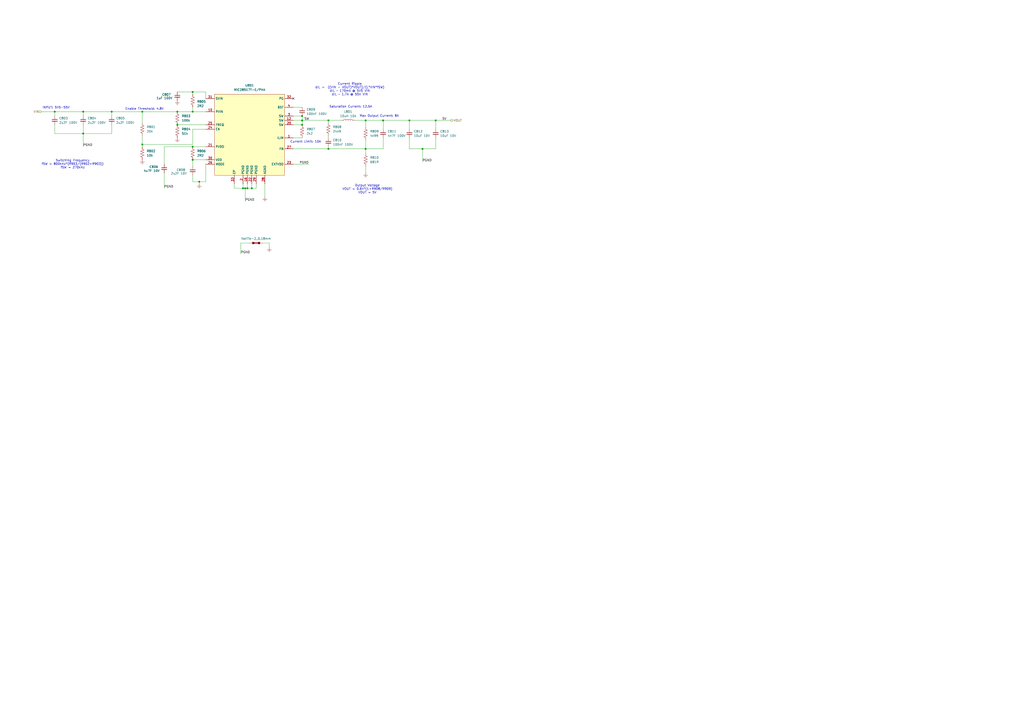
<source format=kicad_sch>
(kicad_sch (version 20250114) (generator "eeschema") (generator_version "9.0")
  (paper "A2")
  (lib_symbols
    (symbol "BR_Capacitors_0402:C_0402_100nF_100V_X5R_20%" (pin_numbers (hide yes)) (pin_names (offset 0.254) (hide yes))
      (property "Reference" "C" (at 1.016 1.778 0))
      (property "Value" "100nF 100V" (at 1.016 -1.778 0))
      (symbol "C_0402_100nF_100V_X5R_20%_0_1"
        (polyline (pts (xy -1.524 0.508) (xy 1.524 0.508)) (stroke (width 0.3048)))
        (polyline (pts (xy -1.524 -0.508) (xy 1.524 -0.508)) (stroke (width 0.3302)))
      )
      (symbol "C_0402_100nF_100V_X5R_20%_1_1"
        (pin passive line (at 0 2.54 270) (length 2.032) (name "~") (number "1"))
        (pin passive line (at 0 -2.54 90) (length 2.032) (name "~") (number "2"))
      )
    )
    (symbol "BR_Capacitors_0402:C_0402_2u2F_10V_X7R_10%" (pin_numbers (hide yes)) (pin_names (offset 0.254) (hide yes))
      (property "Reference" "C" (at 1.016 1.778 0))
      (property "Value" "2u2F 10V" (at 1.016 -1.778 0))
      (symbol "C_0402_2u2F_10V_X7R_10%_0_1"
        (polyline (pts (xy -1.524 0.508) (xy 1.524 0.508)) (stroke (width 0.3048)))
        (polyline (pts (xy -1.524 -0.508) (xy 1.524 -0.508)) (stroke (width 0.3302)))
      )
      (symbol "C_0402_2u2F_10V_X7R_10%_1_1"
        (pin passive line (at 0 2.54 270) (length 2.032) (name "~") (number "1"))
        (pin passive line (at 0 -2.54 90) (length 2.032) (name "~") (number "2"))
      )
    )
    (symbol "BR_Capacitors_0402:C_0402_4n7F_100V_X7R_10%" (pin_numbers (hide yes)) (pin_names (offset 0.254) (hide yes))
      (property "Reference" "C" (at 1.016 1.778 0))
      (property "Value" "4n7F 100V" (at 1.016 -1.778 0))
      (symbol "C_0402_4n7F_100V_X7R_10%_0_1"
        (polyline (pts (xy -1.524 0.508) (xy 1.524 0.508)) (stroke (width 0.3048)))
        (polyline (pts (xy -1.524 -0.508) (xy 1.524 -0.508)) (stroke (width 0.3302)))
      )
      (symbol "C_0402_4n7F_100V_X7R_10%_1_1"
        (pin passive line (at 0 2.54 270) (length 2.032) (name "~") (number "1"))
        (pin passive line (at 0 -2.54 90) (length 2.032) (name "~") (number "2"))
      )
    )
    (symbol "BR_Capacitors_0402:C_0402_4u7F_10V_X7T_20%" (pin_numbers (hide yes)) (pin_names (offset 0.254) (hide yes))
      (property "Reference" "C" (at 1.016 1.778 0))
      (property "Value" "4u7F 10V" (at 1.016 -1.778 0))
      (symbol "C_0402_4u7F_10V_X7T_20%_0_1"
        (polyline (pts (xy -1.524 0.508) (xy 1.524 0.508)) (stroke (width 0.3048)))
        (polyline (pts (xy -1.524 -0.508) (xy 1.524 -0.508)) (stroke (width 0.3302)))
      )
      (symbol "C_0402_4u7F_10V_X7T_20%_1_1"
        (pin passive line (at 0 2.54 270) (length 2.032) (name "~") (number "1"))
        (pin passive line (at 0 -2.54 90) (length 2.032) (name "~") (number "2"))
      )
    )
    (symbol "BR_Capacitors_0603:C_0603_100nF_100V_X7R_AEC-Q200" (pin_numbers (hide yes)) (pin_names (hide yes))
      (property "Reference" "C" (at 1.016 1.778 0))
      (property "Value" "100nF 100V" (at 1.016 -1.778 0))
      (symbol "C_0603_100nF_100V_X7R_AEC-Q200_0_1"
        (polyline (pts (xy -1.524 0.508) (xy 1.524 0.508)) (stroke (width 0.3048)))
        (polyline (pts (xy -1.524 -0.508) (xy 1.524 -0.508)) (stroke (width 0.3048)))
      )
      (symbol "C_0603_100nF_100V_X7R_AEC-Q200_1_1"
        (pin passive line (at 0 2.54 270) (length 2.032) (name "~") (number "1"))
        (pin passive line (at 0 -2.54 90) (length 2.032) (name "~") (number "2"))
      )
    )
    (symbol "BR_Capacitors_0603:C_0603_10uF_10V_X7T_10%" (pin_numbers (hide yes)) (pin_names (offset 0.254) (hide yes))
      (property "Reference" "C" (at 1.016 1.778 0))
      (property "Value" "10uF 10V" (at 1.016 -1.778 0))
      (symbol "C_0603_10uF_10V_X7T_10%_0_1"
        (polyline (pts (xy -1.524 0.508) (xy 1.524 0.508)) (stroke (width 0.3048)))
        (polyline (pts (xy -1.524 -0.508) (xy 1.524 -0.508)) (stroke (width 0.3302)))
      )
      (symbol "C_0603_10uF_10V_X7T_10%_1_1"
        (pin passive line (at 0 2.54 270) (length 2.032) (name "~") (number "1"))
        (pin passive line (at 0 -2.54 90) (length 2.032) (name "~") (number "2"))
      )
    )
    (symbol "BR_Capacitors_0805:C_0805_1uF_100V_X7S_10%" (pin_numbers (hide yes))
      (property "Reference" "C" (at 1.016 1.778 0))
      (property "Value" "1uF 100V" (at 1.016 -1.778 0))
      (symbol "C_0805_1uF_100V_X7S_10%_0_1"
        (polyline (pts (xy -1.524 0.508) (xy 1.524 0.508)) (stroke (width 0.3048)))
        (polyline (pts (xy -1.524 -0.508) (xy 1.524 -0.508)) (stroke (width 0.3302)))
      )
      (symbol "C_0805_1uF_100V_X7S_10%_1_1"
        (pin passive line (at 0 2.54 270) (length 2.032) (name "~") (number "1"))
        (pin passive line (at 0 -2.54 90) (length 2.032) (name "~") (number "2"))
      )
    )
    (symbol "BR_Capacitors_0805:C_0805_2u2F_100V_X7T_10%" (pin_numbers (hide yes))
      (property "Reference" "C" (at 1.016 1.778 0))
      (property "Value" "2u2F 100V" (at 1.016 -1.778 0))
      (symbol "C_0805_2u2F_100V_X7T_10%_0_1"
        (polyline (pts (xy -1.524 0.508) (xy 1.524 0.508)) (stroke (width 0.3048)))
        (polyline (pts (xy -1.524 -0.508) (xy 1.524 -0.508)) (stroke (width 0.3302)))
      )
      (symbol "C_0805_2u2F_100V_X7T_10%_1_1"
        (pin passive line (at 0 2.54 270) (length 2.032) (name "~") (number "1"))
        (pin passive line (at 0 -2.54 90) (length 2.032) (name "~") (number "2"))
      )
    )
    (symbol "BR_IC_Regulators:MIC28517T-E/PHA"
      (property "Reference" "U" (at -2.286 -15.748 0))
      (property "Value" "MIC28517T-E/PHA" (at -8.636 -12.7 0))
      (symbol "MIC28517T-E/PHA_1_0"
        (pin power_in line (at -25.4 10.16 0) (length 5.08) (name "SVIN") (number "31"))
        (pin power_in line (at -25.4 2.54 0) (length 5.08) (name "PVIN") (number "10"))
        (pin input line (at -25.4 2.54 0) (length 5.08) (hide yes) (name "PVIN") (number "11"))
        (pin input line (at -25.4 2.54 0) (length 5.08) (hide yes) (name "PVIN") (number "5"))
        (pin input line (at -25.4 2.54 0) (length 5.08) (hide yes) (name "PVIN") (number "6"))
        (pin input line (at -25.4 2.54 0) (length 5.08) (hide yes) (name "PVIN") (number "7"))
        (pin input line (at -25.4 2.54 0) (length 5.08) (hide yes) (name "PVIN") (number "8"))
        (pin input line (at -25.4 2.54 0) (length 5.08) (hide yes) (name "PVIN") (number "9"))
        (pin input line (at -25.4 -5.08 0) (length 5.08) (name "FREQ") (number "25"))
        (pin input line (at -25.4 -7.62 0) (length 5.08) (name "EN") (number "24"))
        (pin power_in line (at -25.4 -17.78 0) (length 5.08) (name "PVDD") (number "21"))
        (pin power_in line (at -25.4 -25.4 0) (length 5.08) (name "VDD") (number "30"))
        (pin input line (at -25.4 -27.94 0) (length 5.08) (name "MODE") (number "26"))
        (pin power_in line (at -8.89 -39.37 90) (length 5.08) (name "EP") (number "33"))
        (pin power_in line (at -3.81 -39.37 90) (length 5.08) (name "PGND") (number "2"))
        (pin power_in line (at -1.27 -39.37 90) (length 5.08) (name "PGND") (number "16"))
        (pin input line (at -1.27 -39.37 90) (length 5.08) (hide yes) (name "PGND") (number "17"))
        (pin input line (at -1.27 -39.37 90) (length 5.08) (hide yes) (name "PGND") (number "18"))
        (pin input line (at -1.27 -39.37 90) (length 5.08) (hide yes) (name "PGND") (number "19"))
        (pin power_in line (at 1.27 -39.37 90) (length 5.08) (name "PGND") (number "22"))
        (pin power_in line (at 3.81 -39.37 90) (length 5.08) (name "PGND") (number "29"))
        (pin power_in line (at 8.89 -39.37 90) (length 5.08) (name "AGND") (number "28"))
        (pin output line (at 25.4 10.16 180) (length 5.08) (name "PG") (number "32"))
        (pin passive line (at 25.4 5.08 180) (length 5.08) (name "BST") (number "4"))
        (pin passive line (at 25.4 0 180) (length 5.08) (name "SW") (number "3"))
        (pin power_out line (at 25.4 -2.54 180) (length 5.08) (name "SW") (number "12"))
        (pin passive line (at 25.4 -2.54 180) (length 5.08) (hide yes) (name "SW") (number "13"))
        (pin passive line (at 25.4 -2.54 180) (length 5.08) (hide yes) (name "SW") (number "14"))
        (pin passive line (at 25.4 -2.54 180) (length 5.08) (hide yes) (name "SW") (number "15"))
        (pin passive line (at 25.4 -5.08 180) (length 5.08) (name "SW") (number "20"))
        (pin input line (at 25.4 -12.7 180) (length 5.08) (name "ILIM") (number "1"))
        (pin input line (at 25.4 -19.05 180) (length 5.08) (name "FB") (number "27"))
        (pin power_in line (at 25.4 -27.94 180) (length 5.08) (name "EXTVDD") (number "23"))
      )
      (symbol "MIC28517T-E/PHA_1_1"
        (rectangle (start -20.32 12.7) (end 20.32 -34.29) (fill (type background)))
      )
    )
    (symbol "BR_Inductors:L_XR1265-100M" (pin_numbers (hide yes)) (pin_names (offset 0.254) (hide yes))
      (property "Reference" "L" (at -1.27 0 90))
      (property "Value" "10uH 10A" (at 2.032 0 90))
      (symbol "L_XR1265-100M_0_1"
        (arc (start 0 2.54) (mid 0.6158 1.905) (end 0 1.27))
        (arc (start 0.0195 1.27) (mid 0.6353 0.635) (end 0.0195 0))
        (arc (start 0.0195 0) (mid 0.6353 -0.635) (end 0.0195 -1.27))
        (arc (start 0.0195 -1.27) (mid 0.6353 -1.905) (end 0.0195 -2.54))
      )
      (symbol "L_XR1265-100M_1_1"
        (pin passive line (at 0 3.81 270) (length 1.27) (name "~") (number "1"))
        (pin passive line (at 0 -3.81 90) (length 1.27) (name "~") (number "2"))
      )
    )
    (symbol "BR_Resistors_0402:R_0402_100k" (pin_numbers (hide yes)) (pin_names (offset 0) (hide yes))
      (property "Reference" "R" (at 1.524 1.27 0))
      (property "Value" "100k" (at 1.524 -1.27 0))
      (symbol "R_0402_100k_0_1"
        (polyline (pts (xy 0 2.286) (xy 0 2.54)))
        (polyline (pts (xy 0 2.286) (xy 1.016 1.905) (xy 0 1.524) (xy -1.016 1.143) (xy 0 0.762)))
        (polyline (pts (xy 0 0.762) (xy 1.016 0.381) (xy 0 0) (xy -1.016 -0.381) (xy 0 -0.762)))
        (polyline (pts (xy 0 -0.762) (xy 1.016 -1.143) (xy 0 -1.524) (xy -1.016 -1.905) (xy 0 -2.286)))
        (polyline (pts (xy 0 -2.286) (xy 0 -2.54)))
      )
      (symbol "R_0402_100k_1_1"
        (pin passive line (at 0 3.81 270) (length 1.27) (name "~") (number "1"))
        (pin passive line (at 0 -3.81 90) (length 1.27) (name "~") (number "2"))
      )
    )
    (symbol "BR_Resistors_0402:R_0402_10k" (pin_numbers (hide yes)) (pin_names (offset 0) (hide yes))
      (property "Reference" "R" (at 1.524 1.27 0))
      (property "Value" "10k" (at 1.524 -1.27 0))
      (symbol "R_0402_10k_0_1"
        (polyline (pts (xy 0 2.286) (xy 0 2.54)))
        (polyline (pts (xy 0 2.286) (xy 1.016 1.905) (xy 0 1.524) (xy -1.016 1.143) (xy 0 0.762)))
        (polyline (pts (xy 0 0.762) (xy 1.016 0.381) (xy 0 0) (xy -1.016 -0.381) (xy 0 -0.762)))
        (polyline (pts (xy 0 -0.762) (xy 1.016 -1.143) (xy 0 -1.524) (xy -1.016 -1.905) (xy 0 -2.286)))
        (polyline (pts (xy 0 -2.286) (xy 0 -2.54)))
      )
      (symbol "R_0402_10k_1_1"
        (pin passive line (at 0 3.81 270) (length 1.27) (name "~") (number "1"))
        (pin passive line (at 0 -3.81 90) (length 1.27) (name "~") (number "2"))
      )
    )
    (symbol "BR_Resistors_0402:R_0402_20k" (pin_numbers (hide yes)) (pin_names (offset 0) (hide yes))
      (property "Reference" "R" (at 1.524 1.27 0))
      (property "Value" "20k" (at 1.524 -1.27 0))
      (symbol "R_0402_20k_0_1"
        (polyline (pts (xy 0 2.286) (xy 0 2.54)))
        (polyline (pts (xy 0 2.286) (xy 1.016 1.905) (xy 0 1.524) (xy -1.016 1.143) (xy 0 0.762)))
        (polyline (pts (xy 0 0.762) (xy 1.016 0.381) (xy 0 0) (xy -1.016 -0.381) (xy 0 -0.762)))
        (polyline (pts (xy 0 -0.762) (xy 1.016 -1.143) (xy 0 -1.524) (xy -1.016 -1.905) (xy 0 -2.286)))
        (polyline (pts (xy 0 -2.286) (xy 0 -2.54)))
      )
      (symbol "R_0402_20k_1_1"
        (pin passive line (at 0 3.81 270) (length 1.27) (name "~") (number "1"))
        (pin passive line (at 0 -3.81 90) (length 1.27) (name "~") (number "2"))
      )
    )
    (symbol "BR_Resistors_0402:R_0402_24k9" (pin_numbers (hide yes)) (pin_names (offset 0) (hide yes))
      (property "Reference" "R" (at 1.524 1.27 0))
      (property "Value" "24k9" (at 1.524 -1.27 0))
      (symbol "R_0402_24k9_0_1"
        (polyline (pts (xy 0 2.286) (xy 0 2.54)))
        (polyline (pts (xy 0 2.286) (xy 1.016 1.905) (xy 0 1.524) (xy -1.016 1.143) (xy 0 0.762)))
        (polyline (pts (xy 0 0.762) (xy 1.016 0.381) (xy 0 0) (xy -1.016 -0.381) (xy 0 -0.762)))
        (polyline (pts (xy 0 -0.762) (xy 1.016 -1.143) (xy 0 -1.524) (xy -1.016 -1.905) (xy 0 -2.286)))
        (polyline (pts (xy 0 -2.286) (xy 0 -2.54)))
      )
      (symbol "R_0402_24k9_1_1"
        (pin passive line (at 0 3.81 270) (length 1.27) (name "~") (number "1"))
        (pin passive line (at 0 -3.81 90) (length 1.27) (name "~") (number "2"))
      )
    )
    (symbol "BR_Resistors_0402:R_0402_2R2" (pin_numbers (hide yes)) (pin_names (offset 0) (hide yes))
      (property "Reference" "R" (at 1.524 1.27 0))
      (property "Value" "2R2" (at 1.524 -1.27 0))
      (symbol "R_0402_2R2_0_1"
        (polyline (pts (xy 0 2.286) (xy 0 2.54)))
        (polyline (pts (xy 0 2.286) (xy 1.016 1.905) (xy 0 1.524) (xy -1.016 1.143) (xy 0 0.762)))
        (polyline (pts (xy 0 0.762) (xy 1.016 0.381) (xy 0 0) (xy -1.016 -0.381) (xy 0 -0.762)))
        (polyline (pts (xy 0 -0.762) (xy 1.016 -1.143) (xy 0 -1.524) (xy -1.016 -1.905) (xy 0 -2.286)))
        (polyline (pts (xy 0 -2.286) (xy 0 -2.54)))
      )
      (symbol "R_0402_2R2_1_1"
        (pin passive line (at 0 3.81 270) (length 1.27) (name "~") (number "1"))
        (pin passive line (at 0 -3.81 90) (length 1.27) (name "~") (number "2"))
      )
    )
    (symbol "BR_Resistors_0402:R_0402_2k2" (pin_numbers (hide yes)) (pin_names (offset 0) (hide yes))
      (property "Reference" "R" (at 1.524 1.27 0))
      (property "Value" "2k2" (at 1.524 -1.27 0))
      (symbol "R_0402_2k2_0_1"
        (polyline (pts (xy 0 2.286) (xy 0 2.54)))
        (polyline (pts (xy 0 2.286) (xy 1.016 1.905) (xy 0 1.524) (xy -1.016 1.143) (xy 0 0.762)))
        (polyline (pts (xy 0 0.762) (xy 1.016 0.381) (xy 0 0) (xy -1.016 -0.381) (xy 0 -0.762)))
        (polyline (pts (xy 0 -0.762) (xy 1.016 -1.143) (xy 0 -1.524) (xy -1.016 -1.905) (xy 0 -2.286)))
        (polyline (pts (xy 0 -2.286) (xy 0 -2.54)))
      )
      (symbol "R_0402_2k2_1_1"
        (pin passive line (at 0 3.81 270) (length 1.27) (name "~") (number "1"))
        (pin passive line (at 0 -3.81 90) (length 1.27) (name "~") (number "2"))
      )
    )
    (symbol "BR_Resistors_0402:R_0402_4k99" (pin_numbers (hide yes)) (pin_names (offset 0) (hide yes))
      (property "Reference" "R" (at 1.524 1.27 0))
      (property "Value" "4k99" (at 1.524 -1.27 0))
      (symbol "R_0402_4k99_0_1"
        (polyline (pts (xy 0 2.286) (xy 0 2.54)))
        (polyline (pts (xy 0 2.286) (xy 1.016 1.905) (xy 0 1.524) (xy -1.016 1.143) (xy 0 0.762)))
        (polyline (pts (xy 0 0.762) (xy 1.016 0.381) (xy 0 0) (xy -1.016 -0.381) (xy 0 -0.762)))
        (polyline (pts (xy 0 -0.762) (xy 1.016 -1.143) (xy 0 -1.524) (xy -1.016 -1.905) (xy 0 -2.286)))
        (polyline (pts (xy 0 -2.286) (xy 0 -2.54)))
      )
      (symbol "R_0402_4k99_1_1"
        (pin passive line (at 0 3.81 270) (length 1.27) (name "~") (number "1"))
        (pin passive line (at 0 -3.81 90) (length 1.27) (name "~") (number "2"))
      )
    )
    (symbol "BR_Resistors_0402:R_0402_51k" (pin_numbers (hide yes)) (pin_names (offset 0) (hide yes))
      (property "Reference" "R" (at 1.524 1.27 0))
      (property "Value" "51k" (at 1.524 -1.27 0))
      (symbol "R_0402_51k_0_1"
        (polyline (pts (xy 0 2.286) (xy 0 2.54)))
        (polyline (pts (xy 0 2.286) (xy 1.016 1.905) (xy 0 1.524) (xy -1.016 1.143) (xy 0 0.762)))
        (polyline (pts (xy 0 0.762) (xy 1.016 0.381) (xy 0 0) (xy -1.016 -0.381) (xy 0 -0.762)))
        (polyline (pts (xy 0 -0.762) (xy 1.016 -1.143) (xy 0 -1.524) (xy -1.016 -1.905) (xy 0 -2.286)))
        (polyline (pts (xy 0 -2.286) (xy 0 -2.54)))
      )
      (symbol "R_0402_51k_1_1"
        (pin passive line (at 0 3.81 270) (length 1.27) (name "~") (number "1"))
        (pin passive line (at 0 -3.81 90) (length 1.27) (name "~") (number "2"))
      )
    )
    (symbol "BR_Resistors_0402:R_0402_681R" (pin_numbers (hide yes)) (pin_names (offset 0) (hide yes))
      (property "Reference" "R" (at 1.524 1.27 0))
      (property "Value" "681R" (at 1.524 -1.27 0))
      (symbol "R_0402_681R_0_1"
        (polyline (pts (xy 0 2.286) (xy 0 2.54)))
        (polyline (pts (xy 0 2.286) (xy 1.016 1.905) (xy 0 1.524) (xy -1.016 1.143) (xy 0 0.762)))
        (polyline (pts (xy 0 0.762) (xy 1.016 0.381) (xy 0 0) (xy -1.016 -0.381) (xy 0 -0.762)))
        (polyline (pts (xy 0 -0.762) (xy 1.016 -1.143) (xy 0 -1.524) (xy -1.016 -1.905) (xy 0 -2.286)))
        (polyline (pts (xy 0 -2.286) (xy 0 -2.54)))
      )
      (symbol "R_0402_681R_1_1"
        (pin passive line (at 0 3.81 270) (length 1.27) (name "~") (number "1"))
        (pin passive line (at 0 -3.81 90) (length 1.27) (name "~") (number "2"))
      )
    )
    (symbol "BR_Virtual_Parts:GND" (power) (pin_numbers (hide yes)) (pin_names (offset 0) (hide yes))
      (property "Value" "GND" (at 0 -3.556 0))
      (symbol "GND_0_1"
        (polyline (pts (xy -0.635 -1.905) (xy 0.635 -1.905)))
        (polyline (pts (xy -0.127 -2.54) (xy 0.127 -2.54)))
        (polyline (pts (xy 0 -1.27) (xy 0 0)))
        (polyline (pts (xy 1.27 -1.27) (xy -1.27 -1.27)))
      )
      (symbol "GND_1_1"
        (pin power_in line (at 0 0 270) (length 0) (hide yes) (name "GNDREF") (number "1"))
      )
    )
    (symbol "BR_Virtual_Parts:NetTie-2_3.88mm" (pin_numbers (hide yes)) (pin_names (hide yes)) (exclude_from_sim yes) (in_bom no)
      (property "Reference" "NT" (at 2.54 0.762 0))
      (property "Value" "Net Tie" (at 4.826 -1.016 0))
      (symbol "NetTie-2_3.88mm_0_1"
        (polyline (pts (xy 0 2.286) (xy 0 2.54)))
        (polyline (pts (xy 0 -2.286) (xy 0 -2.54)))
      )
      (symbol "NetTie-2_3.88mm_1_1"
        (rectangle (start -0.635 2.286) (end 0.635 1.016) (stroke (width -0.0001)) (fill (type outline)))
        (rectangle (start -0.635 -1.016) (end 0.635 -2.286) (stroke (width -0.0001)) (fill (type outline)))
        (rectangle (start -0.254 1.016) (end 0.254 -1.016) (stroke (width -0.0001)) (fill (type outline)))
        (pin passive line (at 0 3.81 270) (length 1.27) (name "~") (number "1"))
        (pin passive line (at 0 -3.81 90) (length 1.27) (name "~") (number "2"))
      )
    )
  )
  (text "Enable Threshold: 4.8V" (at 83.82 63.246 0) (effects (font (size 1.27 1.27))))
  (text "Current Ripple\ndIL =  ((VIN - VOUT)*VOUT)/(L*VIN*fSW)\ndIL ~ 170mA @ 5V5 VIN\ndIL ~ 1.7A @ 55V VIN" (at 202.946 51.816 0) (effects (font (size 1.27 1.27))))
  (text "Output Voltage\nVOUT = 0.6V*(1+R908/R909)\nVOUT = 5V" (at 213.106 109.728 0) (effects (font (size 1.27 1.27))))
  (text "Saturation Current: 12.5A\n" (at 203.454 61.976 0) (effects (font (size 1.27 1.27))))
  (text "Current Limit: 10A\n" (at 177.292 82.296 0) (effects (font (size 1.27 1.27))))
  (text "Switching Frequency\nfSW = 800kHz*(R903/(R902+R903))\nfSW = 270kHz" (at 42.164 95.25 0) (effects (font (size 1.27 1.27))))
  (text "INPUT: 5V5-55V" (at 32.512 62.484 0) (effects (font (size 1.27 1.27))))
  (text "Max Output Current: 8A\n" (at 219.964 67.31 0) (effects (font (size 1.27 1.27))))
  (junction (at 82.55 64.77))
  (junction (at 175.26 69.85))
  (junction (at 102.87 64.77))
  (junction (at 212.09 86.36))
  (junction (at 237.49 69.85))
  (junction (at 111.76 64.77))
  (junction (at 31.75 64.77))
  (junction (at 48.26 64.77))
  (junction (at 115.57 105.41))
  (junction (at 140.97 109.22))
  (junction (at 111.76 92.71))
  (junction (at 175.26 72.39))
  (junction (at 212.09 69.85))
  (junction (at 64.77 64.77))
  (junction (at 175.26 67.31))
  (junction (at 48.26 77.47))
  (junction (at 143.51 109.22))
  (junction (at 252.73 69.85))
  (junction (at 142.24 109.22))
  (junction (at 102.87 72.39))
  (junction (at 82.55 83.82))
  (junction (at 146.05 109.22))
  (junction (at 245.11 86.36))
  (junction (at 111.76 53.34))
  (junction (at 190.5 69.85))
  (junction (at 111.76 85.09))
  (junction (at 222.25 69.85))
  (junction (at 190.5 86.36))
  (no_connect (at 170.18 57.15))
  (wire (pts (xy 140.97 106.68) (xy 140.97 109.22)))
  (wire (pts (xy 48.26 64.77) (xy 48.26 67.31)))
  (wire (pts (xy 119.38 74.93) (xy 111.76 74.93)))
  (wire (pts (xy 222.25 69.85) (xy 222.25 74.93)))
  (wire (pts (xy 111.76 62.23) (xy 111.76 64.77)))
  (wire (pts (xy 140.97 109.22) (xy 135.89 109.22)))
  (wire (pts (xy 212.09 81.28) (xy 212.09 86.36)))
  (wire (pts (xy 170.18 62.23) (xy 175.26 62.23)))
  (wire (pts (xy 64.77 77.47) (xy 64.77 72.39)))
  (wire (pts (xy 115.57 105.41) (xy 119.38 105.41)))
  (wire (pts (xy 175.26 72.39) (xy 170.18 72.39)))
  (wire (pts (xy 175.26 69.85) (xy 190.5 69.85)))
  (wire (pts (xy 252.73 69.85) (xy 252.73 74.93)))
  (wire (pts (xy 31.75 72.39) (xy 31.75 77.47)))
  (wire (pts (xy 111.76 92.71) (xy 119.38 92.71)))
  (wire (pts (xy 144.78 140.97) (xy 139.7 140.97)))
  (wire (pts (xy 153.67 114.3) (xy 153.67 106.68)))
  (wire (pts (xy 48.26 77.47) (xy 48.26 85.09)))
  (wire (pts (xy 102.87 72.39) (xy 119.38 72.39)))
  (wire (pts (xy 64.77 64.77) (xy 64.77 67.31)))
  (wire (pts (xy 111.76 85.09) (xy 119.38 85.09)))
  (wire (pts (xy 212.09 69.85) (xy 222.25 69.85)))
  (wire (pts (xy 237.49 69.85) (xy 237.49 74.93)))
  (wire (pts (xy 115.57 106.68) (xy 115.57 105.41)))
  (wire (pts (xy 212.09 73.66) (xy 212.09 69.85)))
  (wire (pts (xy 24.13 64.77) (xy 31.75 64.77)))
  (wire (pts (xy 48.26 64.77) (xy 64.77 64.77)))
  (wire (pts (xy 175.26 69.85) (xy 175.26 72.39)))
  (wire (pts (xy 148.59 109.22) (xy 146.05 109.22)))
  (wire (pts (xy 111.76 101.6) (xy 111.76 105.41)))
  (wire (pts (xy 170.18 86.36) (xy 190.5 86.36)))
  (wire (pts (xy 252.73 69.85) (xy 237.49 69.85)))
  (wire (pts (xy 82.55 78.74) (xy 82.55 83.82)))
  (wire (pts (xy 111.76 85.09) (xy 95.25 85.09)))
  (wire (pts (xy 82.55 64.77) (xy 82.55 71.12)))
  (wire (pts (xy 143.51 106.68) (xy 143.51 109.22)))
  (wire (pts (xy 142.24 109.22) (xy 142.24 116.84)))
  (wire (pts (xy 146.05 109.22) (xy 143.51 109.22)))
  (wire (pts (xy 237.49 86.36) (xy 245.11 86.36)))
  (wire (pts (xy 222.25 69.85) (xy 237.49 69.85)))
  (wire (pts (xy 190.5 85.09) (xy 190.5 86.36)))
  (wire (pts (xy 31.75 64.77) (xy 48.26 64.77)))
  (wire (pts (xy 190.5 86.36) (xy 212.09 86.36)))
  (wire (pts (xy 245.11 86.36) (xy 252.73 86.36)))
  (wire (pts (xy 82.55 85.09) (xy 82.55 83.82)))
  (wire (pts (xy 212.09 96.52) (xy 212.09 100.33)))
  (wire (pts (xy 111.76 92.71) (xy 111.76 96.52)))
  (wire (pts (xy 102.87 64.77) (xy 111.76 64.77)))
  (wire (pts (xy 48.26 77.47) (xy 64.77 77.47)))
  (wire (pts (xy 119.38 95.25) (xy 119.38 105.41)))
  (wire (pts (xy 48.26 72.39) (xy 48.26 77.47)))
  (wire (pts (xy 222.25 86.36) (xy 222.25 80.01)))
  (wire (pts (xy 82.55 64.77) (xy 102.87 64.77)))
  (wire (pts (xy 175.26 69.85) (xy 170.18 69.85)))
  (wire (pts (xy 111.76 105.41) (xy 115.57 105.41)))
  (wire (pts (xy 170.18 95.25) (xy 179.07 95.25)))
  (wire (pts (xy 64.77 64.77) (xy 82.55 64.77)))
  (wire (pts (xy 111.76 53.34) (xy 119.38 53.34)))
  (wire (pts (xy 170.18 80.01) (xy 175.26 80.01)))
  (wire (pts (xy 170.18 67.31) (xy 175.26 67.31)))
  (wire (pts (xy 205.74 69.85) (xy 212.09 69.85)))
  (wire (pts (xy 142.24 109.22) (xy 140.97 109.22)))
  (wire (pts (xy 143.51 109.22) (xy 142.24 109.22)))
  (wire (pts (xy 111.76 83.82) (xy 82.55 83.82)))
  (wire (pts (xy 156.21 143.51) (xy 156.21 140.97)))
  (wire (pts (xy 237.49 80.01) (xy 237.49 86.36)))
  (wire (pts (xy 190.5 69.85) (xy 190.5 71.12)))
  (wire (pts (xy 245.11 86.36) (xy 245.11 93.98)))
  (wire (pts (xy 111.76 74.93) (xy 111.76 83.82)))
  (wire (pts (xy 111.76 64.77) (xy 119.38 64.77)))
  (wire (pts (xy 175.26 67.31) (xy 175.26 69.85)))
  (wire (pts (xy 146.05 106.68) (xy 146.05 109.22)))
  (wire (pts (xy 95.25 100.33) (xy 95.25 109.22)))
  (wire (pts (xy 31.75 64.77) (xy 31.75 67.31)))
  (wire (pts (xy 190.5 69.85) (xy 198.12 69.85)))
  (wire (pts (xy 31.75 77.47) (xy 48.26 77.47)))
  (wire (pts (xy 252.73 86.36) (xy 252.73 80.01)))
  (wire (pts (xy 148.59 106.68) (xy 148.59 109.22)))
  (wire (pts (xy 190.5 78.74) (xy 190.5 80.01)))
  (wire (pts (xy 156.21 140.97) (xy 152.4 140.97)))
  (wire (pts (xy 102.87 53.34) (xy 111.76 53.34)))
  (wire (pts (xy 212.09 88.9) (xy 212.09 86.36)))
  (wire (pts (xy 212.09 86.36) (xy 222.25 86.36)))
  (wire (pts (xy 252.73 69.85) (xy 261.62 69.85)))
  (wire (pts (xy 119.38 53.34) (xy 119.38 57.15)))
  (wire (pts (xy 111.76 53.34) (xy 111.76 54.61)))
  (wire (pts (xy 139.7 140.97) (xy 139.7 147.32)))
  (wire (pts (xy 95.25 85.09) (xy 95.25 95.25)))
  (wire (pts (xy 135.89 106.68) (xy 135.89 109.22)))
  (label "PGND" (at 139.7 147.32 0))
  (label "PGND" (at 142.24 116.84 0))
  (label "5V" (at 256.54 69.85 0))
  (label "PGND" (at 48.26 85.09 0))
  (label "PGND" (at 95.25 109.22 0))
  (label "PGND" (at 245.11 93.98 0))
  (label "PGND" (at 179.07 95.25 180))
  (label "SW" (at 176.53 69.85 0))
  (hierarchical_label "VIN" (shape input) (at 24.13 64.77 180))
  (hierarchical_label "VOUT" (shape output) (at 261.62 69.85 0))
  (symbol (lib_id "BR_Capacitors_0603:C_0603_100nF_100V_X7R_AEC-Q200") (at 175.26 64.77 0) (unit 1)
    (property "Reference" "C809" (at 177.8 63.5062 0) (effects (justify left)))
    (property "Value" "100nF 100V" (at 177.8 66.0462 0) (effects (justify left)))
    (property "Footprint" "BR_Passives:C_0603_1608Metric-minimized" (effects (hide yes)))
    (property "Datasheet" "https://www.murata.com/-/media/webrenewal/support/library/catalog/products/k35e.ashx?la=en-us&cvid=20200508021757000000" (effects (hide yes)))
    (property "Description" "100nF 100V X7R 10% Ceramic Capacitor 0603 AEC-Q200" (effects (hide yes)))
    (property "Manufacturer" "Murata Electronics" (effects (hide yes)))
    (property "Manufacturer Part Num" "GCJ188R72A104KA01D" (effects (hide yes)))
    (property "BRE Number" "BRE-000034" (effects (hide yes)))
    (property "Supplier 1" "DigiKey" (effects (hide yes)))
    (property "Supplier Part Num 1" "490-13420-1-ND" (effects (hide yes)))
    (property "Supplier 2" "Mouser" (effects (hide yes)))
    (property "Supplier Part Num 2" "81-GCJ188R72A104KA1D" (effects (hide yes)))
    (property "Supplier 3" "JLCPCB" (effects (hide yes)))
    (property "Supplier Part Num 3" "C161117" (effects (hide yes)))
    (property "JLCPCB Part Num" "C161117" (effects (hide yes)))
  )
  (symbol (lib_id "BR_Resistors_0402:R_0402_2k2") (at 175.26 76.2 0) (unit 1)
    (property "Reference" "R807" (at 177.8 74.9299 0) (effects (justify left)))
    (property "Value" "2k2" (at 177.8 77.4699 0) (effects (justify left)))
    (property "Footprint" "BR_Passives:R_0402_1005Metric-minimized" (effects (hide yes)))
    (property "Datasheet" "https://www.yageo.com/upload/media/product/app/datasheet/rchip/pyu-rc_group_51_rohs_l.pdf" (effects (hide yes)))
    (property "Description" "2.2k 1% 100ppm 62.5mW Thick Film Resistor 0402" (effects (hide yes)))
    (property "Manufacturer" "YAGEO" (effects (hide yes)))
    (property "Manufacturer Part Num" "RC0402FR-072K2L" (effects (hide yes)))
    (property "BRE Number" "BRE-000325" (effects (hide yes)))
    (property "Supplier 1" "DigiKey" (effects (hide yes)))
    (property "Supplier Part Num 1" "311-2.20KLRCT-ND" (effects (hide yes)))
    (property "Supplier 2" "DigiKey" (effects (hide yes)))
    (property "Supplier Part Num 2" "311-2.20KLRTR-ND" (effects (hide yes)))
    (property "Supplier 3" "JLCPCB" (effects (hide yes)))
    (property "Supplier Part Num 3" "C114762" (effects (hide yes)))
    (property "JLCPCB Part Num" "C114762" (effects (hide yes)))
  )
  (symbol (lib_id "BR_Virtual_Parts:GND") (at 212.09 100.33 0) (unit 1)
    (property "Reference" "#PWR0809" (effects (hide yes)))
    (property "Value" "GND" (effects (hide yes)))
  )
  (symbol (lib_id "BR_Virtual_Parts:GND") (at 156.21 143.51 0) (unit 1)
    (property "Reference" "#PWR0808" (effects (hide yes)))
    (property "Value" "GND" (effects (hide yes)))
  )
  (symbol (lib_id "BR_Virtual_Parts:GND") (at 102.87 58.42 0) (unit 1)
    (property "Reference" "#PWR0804" (effects (hide yes)))
    (property "Value" "GND" (effects (hide yes)))
  )
  (symbol (lib_id "BR_Resistors_0402:R_0402_100k") (at 102.87 68.58 0) (unit 1)
    (property "Reference" "R803" (at 105.41 67.3099 0) (effects (justify left)))
    (property "Value" "100k" (at 105.41 69.8499 0) (effects (justify left)))
    (property "Footprint" "BR_Passives:C_0402_1005Metric-minimized" (effects (hide yes)))
    (property "Datasheet" "https://www.yageo.com/upload/media/product/productsearch/datasheet/rchip/PYu-RC_Group_51_RoHS_L_12.pdf" (effects (hide yes)))
    (property "Description" "100k 1% 100ppm 62.5mW Thick Film Resistor 0402" (effects (hide yes)))
    (property "Manufacturer" "YAGEO" (effects (hide yes)))
    (property "Manufacturer Part Num" "RC0402FR-07100KL" (effects (hide yes)))
    (property "BRE Number" "BRE-000290" (effects (hide yes)))
    (property "Supplier 1" "DigiKey" (effects (hide yes)))
    (property "Supplier Part Num 1" "311-100KLRCT-ND" (effects (hide yes)))
    (property "Supplier 2" "DigiKey" (effects (hide yes)))
    (property "Supplier Part Num 2" "311-100KLRTR-ND" (effects (hide yes)))
    (property "Supplier 3" "JLCPCB" (effects (hide yes)))
    (property "Supplier Part Num 3" "C60491" (effects (hide yes)))
    (property "JLCPCB Part Num" "C60491" (effects (hide yes)))
  )
  (symbol (lib_id "BR_Resistors_0402:R_0402_51k") (at 102.87 76.2 0) (unit 1)
    (property "Reference" "R804" (at 105.41 74.9299 0) (effects (justify left)))
    (property "Value" "51k" (at 105.41 77.4699 0) (effects (justify left)))
    (property "Footprint" "BR_Passives:C_0402_1005Metric-minimized" (effects (hide yes)))
    (property "Datasheet" "https://www.yageo.com/upload/media/product/products/datasheet/rchip/PYu-RC_Group_51_RoHS_L_12.pdf" (effects (hide yes)))
    (property "Description" "51k 1% 100ppm 62.5mW Thick Film Resistor 0402" (effects (hide yes)))
    (property "Manufacturer" "YAGEO" (effects (hide yes)))
    (property "Manufacturer Part Num" "RC0402FR-0751KL" (effects (hide yes)))
    (property "BRE Number" "BRE-001229" (effects (hide yes)))
    (property "Supplier 1" "DigiKey" (effects (hide yes)))
    (property "Supplier Part Num 1" "311-51.0KLRCT-ND" (effects (hide yes)))
    (property "Supplier 2" "Mouser" (effects (hide yes)))
    (property "Supplier Part Num 2" "603-RC0402FR-0756KL" (effects (hide yes)))
    (property "Supplier 3" "JLCPCB" (effects (hide yes)))
    (property "Supplier Part Num 3" "C107229" (effects (hide yes)))
    (property "JLCPCB Part Num" "C107229" (effects (hide yes)))
  )
  (symbol (lib_id "BR_Resistors_0402:R_0402_4k99") (at 212.09 77.47 0) (unit 1)
    (property "Reference" "R809" (at 214.63 76.1999 0) (effects (justify left)))
    (property "Value" "4k99" (at 214.63 78.7399 0) (effects (justify left)))
    (property "Footprint" "BR_Passives:C_0402_1005Metric-minimized" (effects (hide yes)))
    (property "Datasheet" "https://www.yageo.com/upload/media/product/productsearch/datasheet/rchip/PYu-RC_Group_51_RoHS_L_12.pdf" (effects (hide yes)))
    (property "Description" "4.99k 1% 100ppm 62.5mW Thick Film Resistor 0402" (effects (hide yes)))
    (property "Manufacturer" "YAGEO" (effects (hide yes)))
    (property "Manufacturer Part Num" "RC0402FR-074K99L" (effects (hide yes)))
    (property "BRE Number" "BRE-000353" (effects (hide yes)))
    (property "Supplier 1" "DigiKey" (effects (hide yes)))
    (property "Supplier Part Num 1" "311-4.99KLRCT-ND" (effects (hide yes)))
    (property "Supplier 2" "DigiKey" (effects (hide yes)))
    (property "Supplier Part Num 2" "311-4.99KLRTR-ND" (effects (hide yes)))
    (property "Supplier 3" "JLCPCB" (effects (hide yes)))
    (property "Supplier Part Num 3" "C137965" (effects (hide yes)))
    (property "JLCPCB Part Num" "C137965" (effects (hide yes)))
  )
  (symbol (lib_id "BR_Virtual_Parts:GND") (at 102.87 80.01 0) (unit 1)
    (property "Reference" "#PWR0805" (effects (hide yes)))
    (property "Value" "GND" (effects (hide yes)))
  )
  (symbol (lib_id "BR_Resistors_0402:R_0402_681R") (at 212.09 92.71 0) (unit 1)
    (property "Reference" "R810" (at 214.63 91.4399 0) (effects (justify left)))
    (property "Value" "681R" (at 214.63 93.9799 0) (effects (justify left)))
    (property "Footprint" "BR_Passives:C_0402_1005Metric-minimized" (effects (hide yes)))
    (property "Datasheet" "https://www.yageo.com/upload/media/product/products/datasheet/rchip/PYu-RC_Group_51_RoHS_L_12.pdf" (effects (hide yes)))
    (property "Description" "681R 1% 100ppm 62.5mW Thick Film Resistor 0402" (effects (hide yes)))
    (property "Manufacturer" "YAGEO" (effects (hide yes)))
    (property "Manufacturer Part Num" "RC0402FR-07681RL" (effects (hide yes)))
    (property "BRE Number" "BRE-000364" (effects (hide yes)))
    (property "Supplier 1" "DigiKey" (effects (hide yes)))
    (property "Supplier Part Num 1" "YAG2375CT-ND" (effects (hide yes)))
    (property "Supplier 2" "Mouser" (effects (hide yes)))
    (property "Supplier Part Num 2" "603-RC0402FR-07681RL" (effects (hide yes)))
    (property "Supplier 3" "JLCPCB" (effects (hide yes)))
    (property "Supplier Part Num 3" "C245891" (effects (hide yes)))
    (property "JLCPCB Part Num" "C245891" (effects (hide yes)))
  )
  (symbol (lib_id "BR_Capacitors_0805:C_0805_2u2F_100V_X7T_10%") (at 64.77 69.85 0) (unit 1)
    (property "Reference" "C805" (at 67.31 68.5862 0) (effects (justify left)))
    (property "Value" "2u2F 100V" (at 67.31 71.1262 0) (effects (justify left)))
    (property "Footprint" "BR_Passives:C_0805_2012Metric-minimized" (effects (hide yes)))
    (property "Datasheet" "https://search.murata.co.jp/Ceramy/image/img/A01X/G101/ENG/GRM21BD72A225KE01-01A.pdf" (effects (hide yes)))
    (property "Description" "2.2uF 100V X7T 10% Ceramic Capacitor 0805" (effects (hide yes)))
    (property "Manufacturer" "Murata Electronics" (effects (hide yes)))
    (property "Manufacturer Part Num" "GRM21BD72A225KE01L" (effects (hide yes)))
    (property "BRE Number" "BRE-001204" (effects (hide yes)))
    (property "Supplier 1" "DigiKey" (effects (hide yes)))
    (property "Supplier Part Num 1" "490-GRM21BD72A225KE01LCT-ND" (effects (hide yes)))
    (property "Supplier 2" "Mouser" (effects (hide yes)))
    (property "Supplier Part Num 2" "81-GRM21BD72A225KE1L" (effects (hide yes)))
    (property "Supplier 3" "JLCPCB" (effects (hide yes)))
    (property "Supplier Part Num 3" " C2981733" (effects (hide yes)))
    (property "JLCPCB Part Num" "C2981733" (effects (hide yes)))
  )
  (symbol (lib_id "BR_Virtual_Parts:GND") (at 153.67 114.3 0) (unit 1)
    (property "Reference" "#PWR0807" (effects (hide yes)))
    (property "Value" "GND" (effects (hide yes)))
  )
  (symbol (lib_id "BR_Capacitors_0603:C_0603_10uF_10V_X7T_10%") (at 237.49 77.47 0) (unit 1)
    (property "Reference" "C812" (at 240.03 76.2062 0) (effects (justify left)))
    (property "Value" "10uF 10V" (at 240.03 78.7462 0) (effects (justify left)))
    (property "Footprint" "BR_Passives:C_0603_1608Metric-minimized" (effects (hide yes)))
    (property "Datasheet" "https://search.murata.co.jp/Ceramy/image/img/A01X/G101/ENG/GRM188D71A106KA73-01.pdf" (effects (hide yes)))
    (property "Description" "10uF 10V X7T 10% Ceramic Capacitor 0603" (effects (hide yes)))
    (property "Manufacturer" "Murata Electronics" (effects (hide yes)))
    (property "Manufacturer Part Num" "GRM188D71A106KA73D" (effects (hide yes)))
    (property "BRE Number" "BRE-000035" (effects (hide yes)))
    (property "Supplier 1" "DigiKey" (effects (hide yes)))
    (property "Supplier Part Num 1" "490-14461-1-ND" (effects (hide yes)))
    (property "Supplier 2" "Mouser" (effects (hide yes)))
    (property "Supplier Part Num 2" "81-GRM188D71A106KA3D" (effects (hide yes)))
    (property "Supplier 3" "JLCPCB" (effects (hide yes)))
    (property "Supplier Part Num 3" "C385037" (effects (hide yes)))
    (property "JLCPCB Part Num" "C385037" (effects (hide yes)))
  )
  (symbol (lib_id "BR_Inductors:L_XR1265-100M") (at 201.93 69.85 90) (unit 1)
    (property "Reference" "L801" (at 201.93 64.77 90))
    (property "Value" "10uH 10A" (at 201.93 67.31 90))
    (property "Footprint" "BR_Inductors:XR1265-100M" (effects (hide yes)))
    (property "Datasheet" "https://jlcpcb.com/api/file/downloadByFileSystemAccessId/8590906446731567104" (effects (hide yes)))
    (property "Description" "10uH 20% 10A 20.7mR  Shielded Molded Inductor SMT 13.5x12.6x6.3mm" (effects (hide yes)))
    (property "Manufacturer" "XR" (effects (hide yes)))
    (property "Manufacturer Part Num" "XR1265-100M" (effects (hide yes)))
    (property "BRE Number" "BRE-001232" (effects (hide yes)))
    (property "JLCPCB Part Num" "C5339467" (effects (hide yes)))
  )
  (symbol (lib_id "BR_Resistors_0402:R_0402_2R2") (at 111.76 88.9 0) (unit 1)
    (property "Reference" "R806" (at 114.3 87.6299 0) (effects (justify left)))
    (property "Value" "2R2" (at 114.3 90.1699 0) (effects (justify left)))
    (property "Footprint" "BR_Passives:R_0402_1005Metric-minimized" (effects (hide yes)))
    (property "Datasheet" "https://jlcpcb.com/api/file/downloadByFileSystemAccessId/8588947077061070848" (effects (hide yes)))
    (property "Description" "2.2R 1% 200ppm 62.5mW Thick Film Resistor 0402" (effects (hide yes)))
    (property "Manufacturer" "YAGEO" (effects (hide yes)))
    (property "Manufacturer Part Num" "RC0402FR-072R2L" (effects (hide yes)))
    (property "BRE Number" "BRE-001225" (effects (hide yes)))
    (property "Supplier 1" "DigiKey" (effects (hide yes)))
    (property "Supplier Part Num 1" "311-2.20LRCT-ND" (effects (hide yes)))
    (property "Supplier 2" "DigiKey" (effects (hide yes)))
    (property "Supplier Part Num 2" "311-2.20LRCT-ND" (effects (hide yes)))
    (property "Supplier 3" "JLCPCB" (effects (hide yes)))
    (property "Supplier Part Num 3" "C327251" (effects (hide yes)))
    (property "JLCPCB Part Num" "C327251" (effects (hide yes)))
  )
  (symbol (lib_id "BR_Capacitors_0402:C_0402_100nF_100V_X5R_20%") (at 190.5 82.55 0) (unit 1)
    (property "Reference" "C810" (at 193.04 81.2862 0) (effects (justify left)))
    (property "Value" "100nF 100V" (at 193.04 83.8262 0) (effects (justify left)))
    (property "Footprint" "BR_Passives:C_0402_1005Metric-minimized" (effects (hide yes)))
    (property "Datasheet" "https://www.lcsc.com/datasheet/lcsc_datasheet_2410010301_Murata-Electronics-GRM155R62A104ME14D_C162179.pdf" (effects (hide yes)))
    (property "Description" "100nF 100V X5R 20% Ceramic Capacitor 0402" (effects (hide yes)))
    (property "Manufacturer" "Murata" (effects (hide yes)))
    (property "Manufacturer Part Num" "GRM155R62A104ME14D" (effects (hide yes)))
    (property "BRE Number" "BRE-001025" (effects (hide yes)))
    (property "JLCPCB Part Num" "C162178" (effects (hide yes)))
  )
  (symbol (lib_id "BR_Capacitors_0402:C_0402_4u7F_10V_X7T_20%") (at 95.25 97.79 0) (unit 1)
    (property "Reference" "C806" (at 86.614 96.774 0) (effects (justify left)))
    (property "Value" "4u7F 10V" (at 83.312 99.06 0) (effects (justify left)))
    (property "Footprint" "BR_Passives:C_0402_1005Metric-minimized" (effects (hide yes)))
    (property "Datasheet" "https://search.murata.co.jp/Ceramy/image/img/A01X/G101/ENG/GRM155D71A475ME15-01A.pdf" (effects (hide yes)))
    (property "Description" "4.7uF 10V X7T 20% Ceramic Capacitor 0402" (effects (hide yes)))
    (property "Manufacturer" "Murata Electronics" (effects (hide yes)))
    (property "Manufacturer Part Num" "GRM155D71A475ME15J" (effects (hide yes)))
    (property "BRE Number" "BRE-000033" (effects (hide yes)))
    (property "Supplier 1" "DigiKey" (effects (hide yes)))
    (property "Supplier Part Num 1" "490-GRM155D71A475ME15JTR-ND" (effects (hide yes)))
    (property "Supplier 2" "Mouser" (effects (hide yes)))
    (property "Supplier Part Num 2" "81-GRM155D71A475ME5J" (effects (hide yes)))
    (property "Supplier 3" "JLCPCB" (effects (hide yes)))
    (property "Supplier Part Num 3" "C20044523" (effects (hide yes)))
    (property "JLCPCB Part Num" "C20044523" (effects (hide yes)))
  )
  (symbol (lib_id "BR_Capacitors_0402:C_0402_4n7F_100V_X7R_10%") (at 222.25 77.47 0) (unit 1)
    (property "Reference" "C811" (at 224.79 76.2062 0) (effects (justify left)))
    (property "Value" "4n7F 100V" (at 224.79 78.7462 0) (effects (justify left)))
    (property "Footprint" "BR_Passives:C_0402_1005Metric" (effects (hide yes)))
    (property "Datasheet" "https://www.lcsc.com/datasheet/lcsc_datasheet_2304140030_Murata-Electronics-GRM155R72A472KA01D_C415704.pdf" (effects (hide yes)))
    (property "Description" "4.7nF 100V X7R 10% Ceramic Capacitor 0402" (effects (hide yes)))
    (property "Manufacturer" "Murata Electronics" (effects (hide yes)))
    (property "Manufacturer Part Num" "GRM155R72A472KA01D" (effects (hide yes)))
    (property "BRE Number" "BRE-000032" (effects (hide yes)))
    (property "Supplier 1" "DigiKey" (effects (hide yes)))
    (property "Supplier Part Num 1" "490-3885-1-ND" (effects (hide yes)))
    (property "Supplier 2" "Mouser" (effects (hide yes)))
    (property "Supplier Part Num 2" "81-GRM155R72A472KA01" (effects (hide yes)))
    (property "Supplier 3" "JLCPCB" (effects (hide yes)))
    (property "Supplier Part Num 3" "C415704" (effects (hide yes)))
    (property "JLCPCB Part Num" "C415704" (effects (hide yes)))
  )
  (symbol (lib_id "BR_Capacitors_0805:C_0805_2u2F_100V_X7T_10%") (at 31.75 69.85 0) (unit 1)
    (property "Reference" "C803" (at 34.29 68.5862 0) (effects (justify left)))
    (property "Value" "2u2F 100V" (at 34.29 71.1262 0) (effects (justify left)))
    (property "Footprint" "BR_Passives:C_0805_2012Metric-minimized" (effects (hide yes)))
    (property "Datasheet" "https://search.murata.co.jp/Ceramy/image/img/A01X/G101/ENG/GRM21BD72A225KE01-01A.pdf" (effects (hide yes)))
    (property "Description" "2.2uF 100V X7T 10% Ceramic Capacitor 0805" (effects (hide yes)))
    (property "Manufacturer" "Murata Electronics" (effects (hide yes)))
    (property "Manufacturer Part Num" "GRM21BD72A225KE01L" (effects (hide yes)))
    (property "BRE Number" "BRE-001204" (effects (hide yes)))
    (property "Supplier 1" "DigiKey" (effects (hide yes)))
    (property "Supplier Part Num 1" "490-GRM21BD72A225KE01LCT-ND" (effects (hide yes)))
    (property "Supplier 2" "Mouser" (effects (hide yes)))
    (property "Supplier Part Num 2" "81-GRM21BD72A225KE1L" (effects (hide yes)))
    (property "Supplier 3" "JLCPCB" (effects (hide yes)))
    (property "Supplier Part Num 3" " C2981733" (effects (hide yes)))
    (property "JLCPCB Part Num" "C2981733" (effects (hide yes)))
  )
  (symbol (lib_id "BR_IC_Regulators:MIC28517T-E/PHA") (at 144.78 67.31 0) (unit 1)
    (property "Reference" "U801" (at 144.78 49.53 0))
    (property "Value" "MIC28517T-E/PHA" (at 144.78 52.07 0))
    (property "Footprint" "BR_IC:QFN-32_x6mm_P0.65mm" (effects (hide yes)))
    (property "Datasheet" "https://ww1.microchip.com/downloads/aemDocuments/documents/APID/ProductDocuments/DataSheets/MIC28517-Data-Sheet-DS20006317C.pdf" (effects (hide yes)))
    (property "Description" "Buck Switching Regulator, Adjustable, 8A, 600mV~32V, 4.5V~70V, VQFN-32(6x6)" (effects (hide yes)))
    (property "Manufacturer" "Microchip Technology" (effects (hide yes)))
    (property "Manufacturer Part Num" "MIC28517T-E/PHA" (effects (hide yes)))
    (property "BRE Number" "BRE-001217" (effects (hide yes)))
    (property "Supplier 1" "DigiKey" (effects (hide yes)))
    (property "Supplier Part Num 1" "150-MIC28517T-E/PHACT-ND" (effects (hide yes)))
    (property "Supplier 2" "Mouser" (effects (hide yes)))
    (property "Supplier Part Num 2" "579-MIC28517T-E/PHA" (effects (hide yes)))
    (property "Supplier 3" "JLCPCB" (effects (hide yes)))
    (property "Supplier Part Num 3" "C623943" (effects (hide yes)))
    (property "JLCPCB Part Num" "C623943" (effects (hide yes)))
  )
  (symbol (lib_id "BR_Resistors_0402:R_0402_10k") (at 82.55 88.9 0) (unit 1)
    (property "Reference" "R802" (at 85.09 87.6299 0) (effects (justify left)))
    (property "Value" "10k" (at 85.09 90.1699 0) (effects (justify left)))
    (property "Footprint" "BR_Passives:C_0402_1005Metric-minimized" (effects (hide yes)))
    (property "Datasheet" "https://www.yageo.com/upload/media/product/productsearch/datasheet/rchip/PYu-AC_51_RoHS_L_10.pdf" (effects (hide yes)))
    (property "Description" "10k 1% 100ppm 62.5mW Thick Film Resistor 0402" (effects (hide yes)))
    (property "Manufacturer" "YAGEO" (effects (hide yes)))
    (property "Manufacturer Part Num" "AC0402FR-0710KL" (effects (hide yes)))
    (property "BRE Number" "BRE-000292" (effects (hide yes)))
    (property "Supplier 1" "DigiKey" (effects (hide yes)))
    (property "Supplier Part Num 1" "YAG3436CT-ND" (effects (hide yes)))
    (property "Supplier 2" "DigiKey" (effects (hide yes)))
    (property "Supplier Part Num 2" "YAG3436TR-ND" (effects (hide yes)))
    (property "Supplier 3" "JLCPCB" (effects (hide yes)))
    (property "Supplier Part Num 3" "C144807" (effects (hide yes)))
    (property "JLCPCB Part Num" "C144807" (effects (hide yes)))
  )
  (symbol (lib_id "BR_Capacitors_0603:C_0603_10uF_10V_X7T_10%") (at 252.73 77.47 0) (unit 1)
    (property "Reference" "C813" (at 255.27 76.2062 0) (effects (justify left)))
    (property "Value" "10uF 10V" (at 255.27 78.7462 0) (effects (justify left)))
    (property "Footprint" "BR_Passives:C_0603_1608Metric-minimized" (effects (hide yes)))
    (property "Datasheet" "https://search.murata.co.jp/Ceramy/image/img/A01X/G101/ENG/GRM188D71A106KA73-01.pdf" (effects (hide yes)))
    (property "Description" "10uF 10V X7T 10% Ceramic Capacitor 0603" (effects (hide yes)))
    (property "Manufacturer" "Murata Electronics" (effects (hide yes)))
    (property "Manufacturer Part Num" "GRM188D71A106KA73D" (effects (hide yes)))
    (property "BRE Number" "BRE-000035" (effects (hide yes)))
    (property "Supplier 1" "DigiKey" (effects (hide yes)))
    (property "Supplier Part Num 1" "490-14461-1-ND" (effects (hide yes)))
    (property "Supplier 2" "Mouser" (effects (hide yes)))
    (property "Supplier Part Num 2" "81-GRM188D71A106KA3D" (effects (hide yes)))
    (property "Supplier 3" "JLCPCB" (effects (hide yes)))
    (property "Supplier Part Num 3" "C385037" (effects (hide yes)))
    (property "JLCPCB Part Num" "C385037" (effects (hide yes)))
  )
  (symbol (lib_id "BR_Virtual_Parts:NetTie-2_3.88mm") (at 148.59 140.97 90) (unit 1) (exclude_from_sim yes) (in_bom no)
    (property "Reference" "NT801" (effects (hide yes)))
    (property "Value" "NetTie-2_0.18mm" (at 148.59 138.43 90))
    (property "Footprint" "BR_Virtual_Parts:NetTie-2_SMD_Pad_3.88mm_wide" (effects (hide yes)))
    (property "Description" "Net Tie" (effects (hide yes)))
  )
  (symbol (lib_id "BR_Resistors_0402:R_0402_20k") (at 82.55 74.93 0) (unit 1)
    (property "Reference" "R801" (at 85.09 73.6599 0) (effects (justify left)))
    (property "Value" "20k" (at 85.09 76.1999 0) (effects (justify left)))
    (property "Footprint" "BR_Passives:C_0402_1005Metric-minimized" (effects (hide yes)))
    (property "Datasheet" "https://www.yageo.com/upload/media/product/app/datasheet/rchip/pyu-rc_group_51_rohs_l.pdf" (effects (hide yes)))
    (property "Description" "20k 1% 100ppm 62.5mW Thick Film Resistor 0402" (effects (hide yes)))
    (property "Manufacturer" "YAGEO" (effects (hide yes)))
    (property "Manufacturer Part Num" "RC0402FR-0720KL" (effects (hide yes)))
    (property "BRE Number" "BRE-000317" (effects (hide yes)))
    (property "Supplier 1" "DigiKey" (effects (hide yes)))
    (property "Supplier Part Num 1" "311-20.0KLRCT-ND" (effects (hide yes)))
    (property "Supplier 2" "DigiKey" (effects (hide yes)))
    (property "Supplier Part Num 2" "311-20.0KLRTR-ND" (effects (hide yes)))
    (property "Supplier 3" "JLCPCB" (effects (hide yes)))
    (property "Supplier Part Num 3" "C93942" (effects (hide yes)))
    (property "JLCPCB Part Num" "C93942" (effects (hide yes)))
  )
  (symbol (lib_id "BR_Capacitors_0805:C_0805_1uF_100V_X7S_10%") (at 102.87 55.88 0) (unit 1)
    (property "Reference" "C807" (at 93.98 54.864 0) (effects (justify left)))
    (property "Value" "1uF 100V" (at 90.678 56.896 0) (effects (justify left)))
    (property "Footprint" "BR_Passives:C_0805_2012Metric-minimized" (effects (hide yes)))
    (property "Datasheet" "https://search.murata.co.jp/Ceramy/image/img/A01X/G101/ENG/GRM21BC72A105KE01-01.pdf" (effects (hide yes)))
    (property "Description" "1uF 100V X7S 10% Ceramic Capacitor 0805" (effects (hide yes)))
    (property "Manufacturer" "Murata Electronics" (effects (hide yes)))
    (property "Manufacturer Part Num" "GRM21BC72A105KE01L" (effects (hide yes)))
    (property "BRE Number" "BRE-000049" (effects (hide yes)))
    (property "Supplier 1" "DigiKey" (effects (hide yes)))
    (property "Supplier Part Num 1" "490-14464-1-ND" (effects (hide yes)))
    (property "Supplier 2" "Mouser" (effects (hide yes)))
    (property "Supplier Part Num 2" "81-GRM21BC72A105KE1L" (effects (hide yes)))
    (property "Supplier 3" "JLCPCB" (effects (hide yes)))
    (property "Supplier Part Num 3" "C385039" (effects (hide yes)))
    (property "JLCPCB Part Num" "C385039" (effects (hide yes)))
  )
  (symbol (lib_id "BR_Capacitors_0402:C_0402_2u2F_10V_X7R_10%") (at 111.76 99.06 0) (unit 1)
    (property "Reference" "C808" (at 102.362 98.552 0) (effects (justify left)))
    (property "Value" "2u2F 10V" (at 99.06 100.584 0) (effects (justify left)))
    (property "Footprint" "BR_Passives:C_0402_1005Metric-minimized" (effects (hide yes)))
    (property "Datasheet" "https://search.murata.co.jp/Ceramy/image/img/A01X/G101/ENG/GRM155Z71A225KE01-01.pdf" (effects (hide yes)))
    (property "Description" "2.2uF 10V X7R 10% Ceramic Capacitor 0402" (effects (hide yes)))
    (property "Manufacturer" "Murata Electronics" (effects (hide yes)))
    (property "Manufacturer Part Num" "GRM155Z71A225KE01D" (effects (hide yes)))
    (property "BRE Number" "BRE-000024" (effects (hide yes)))
    (property "Supplier 1" "DigiKey" (effects (hide yes)))
    (property "Supplier Part Num 1" "490-GRM155Z71A225KE01DCT-ND" (effects (hide yes)))
    (property "Supplier 2" "Mouser" (effects (hide yes)))
    (property "Supplier Part Num 2" "81-GRM155Z71A225KE1D" (effects (hide yes)))
    (property "Supplier 3" "JLCPCB" (effects (hide yes)))
    (property "Supplier Part Num 3" "C2997286" (effects (hide yes)))
    (property "JLCPCB Part Num" "C2997286" (effects (hide yes)))
  )
  (symbol (lib_id "BR_Virtual_Parts:GND") (at 82.55 92.71 0) (unit 1)
    (property "Reference" "#PWR0803" (effects (hide yes)))
    (property "Value" "GND" (effects (hide yes)))
  )
  (symbol (lib_id "BR_Resistors_0402:R_0402_2R2") (at 111.76 58.42 0) (unit 1)
    (property "Reference" "R805" (at 114.3 58.928 0) (effects (justify left)))
    (property "Value" "2R2" (at 114.3 61.468 0) (effects (justify left)))
    (property "Footprint" "BR_Passives:R_0402_1005Metric-minimized" (effects (hide yes)))
    (property "Datasheet" "https://jlcpcb.com/api/file/downloadByFileSystemAccessId/8588947077061070848" (effects (hide yes)))
    (property "Description" "2.2R 1% 200ppm 62.5mW Thick Film Resistor 0402" (effects (hide yes)))
    (property "Manufacturer" "YAGEO" (effects (hide yes)))
    (property "Manufacturer Part Num" "RC0402FR-072R2L" (effects (hide yes)))
    (property "BRE Number" "BRE-001225" (effects (hide yes)))
    (property "Supplier 1" "DigiKey" (effects (hide yes)))
    (property "Supplier Part Num 1" "311-2.20LRCT-ND" (effects (hide yes)))
    (property "Supplier 2" "DigiKey" (effects (hide yes)))
    (property "Supplier Part Num 2" "311-2.20LRCT-ND" (effects (hide yes)))
    (property "Supplier 3" "JLCPCB" (effects (hide yes)))
    (property "Supplier Part Num 3" "C327251" (effects (hide yes)))
    (property "JLCPCB Part Num" "C327251" (effects (hide yes)))
  )
  (symbol (lib_id "BR_Resistors_0402:R_0402_24k9") (at 190.5 74.93 180) (unit 1)
    (property "Reference" "R808" (at 193.04 73.6599 0) (effects (justify right)))
    (property "Value" "24k9" (at 193.04 76.1999 0) (effects (justify right)))
    (property "Footprint" "BR_Passives:C_0402_1005Metric-minimized" (effects (hide yes)))
    (property "Datasheet" "https://www.yageo.com/upload/media/product/products/datasheet/rchip/PYu-RC_Group_51_RoHS_L_12.pdf" (effects (hide yes)))
    (property "Description" "24.9k 1% 100ppm 62.5mW Thick Film Resistor 0402" (effects (hide yes)))
    (property "Manufacturer" "YAGEO" (effects (hide yes)))
    (property "Manufacturer Part Num" "RC0402FR-0724K9L" (effects (hide yes)))
    (property "BRE Number" "BRE-001239" (effects (hide yes)))
    (property "Supplier 1" "DigiKey" (effects (hide yes)))
    (property "Supplier Part Num 1" "311-24.9KLRCT-ND" (effects (hide yes)))
    (property "Supplier 2" "DigiKey" (effects (hide yes)))
    (property "Supplier Part Num 2" "311-24.9KLRCT-ND" (effects (hide yes)))
    (property "Supplier 3" "JLCPCB" (effects (hide yes)))
    (property "Supplier Part Num 3" "C138027" (effects (hide yes)))
    (property "JLCPCB Part Num" "C138027" (effects (hide yes)))
  )
  (symbol (lib_id "BR_Virtual_Parts:GND") (at 115.57 106.68 0) (unit 1)
    (property "Reference" "#PWR0806" (effects (hide yes)))
    (property "Value" "GND" (effects (hide yes)))
  )
  (symbol (lib_id "BR_Capacitors_0805:C_0805_2u2F_100V_X7T_10%") (at 48.26 69.85 0) (unit 1)
    (property "Reference" "C804" (at 50.8 68.5862 0) (effects (justify left)))
    (property "Value" "2u2F 100V" (at 50.8 71.1262 0) (effects (justify left)))
    (property "Footprint" "BR_Passives:C_0805_2012Metric-minimized" (effects (hide yes)))
    (property "Datasheet" "https://search.murata.co.jp/Ceramy/image/img/A01X/G101/ENG/GRM21BD72A225KE01-01A.pdf" (effects (hide yes)))
    (property "Description" "2.2uF 100V X7T 10% Ceramic Capacitor 0805" (effects (hide yes)))
    (property "Manufacturer" "Murata Electronics" (effects (hide yes)))
    (property "Manufacturer Part Num" "GRM21BD72A225KE01L" (effects (hide yes)))
    (property "BRE Number" "BRE-001204" (effects (hide yes)))
    (property "Supplier 1" "DigiKey" (effects (hide yes)))
    (property "Supplier Part Num 1" "490-GRM21BD72A225KE01LCT-ND" (effects (hide yes)))
    (property "Supplier 2" "Mouser" (effects (hide yes)))
    (property "Supplier Part Num 2" "81-GRM21BD72A225KE1L" (effects (hide yes)))
    (property "Supplier 3" "JLCPCB" (effects (hide yes)))
    (property "Supplier Part Num 3" " C2981733" (effects (hide yes)))
    (property "JLCPCB Part Num" "C2981733" (effects (hide yes)))
  )
)
</source>
